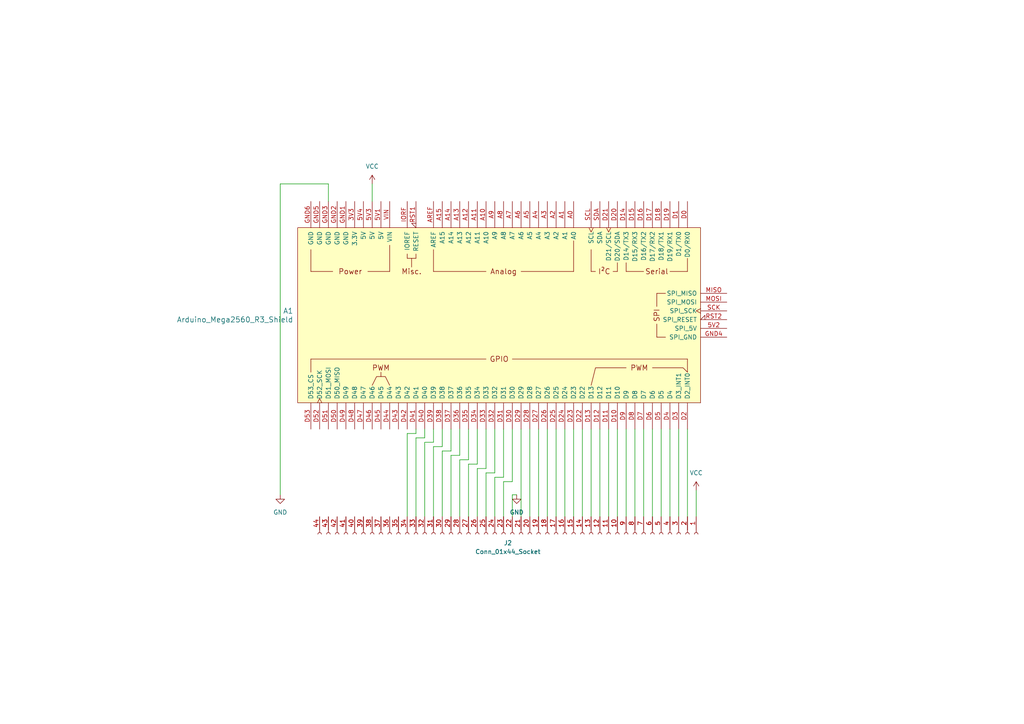
<source format=kicad_sch>
(kicad_sch (version 20230121) (generator eeschema)
  (paper "A4")
  (lib_symbols
    (symbol "Connector:Conn_01x44_Socket" (pin_names (offset 1.016) hide)
      (property "Reference" "J" (at 0 55.88 0))
      (property "Value" "Conn_01x44_Socket" (at 0 -58.42 0))
      (symbol "Conn_01x44_Socket_1_1"
        (arc (start 0 -55.372) (mid -0.5058 -55.88) (end 0 -56.388) (stroke (width 0.1524)))
        (arc (start 0 -52.832) (mid -0.5058 -53.34) (end 0 -53.848) (stroke (width 0.1524)))
        (arc (start 0 -50.292) (mid -0.5058 -50.8) (end 0 -51.308) (stroke (width 0.1524)))
        (arc (start 0 -47.752) (mid -0.5058 -48.26) (end 0 -48.768) (stroke (width 0.1524)))
        (arc (start 0 -45.212) (mid -0.5058 -45.72) (end 0 -46.228) (stroke (width 0.1524)))
        (arc (start 0 -42.672) (mid -0.5058 -43.18) (end 0 -43.688) (stroke (width 0.1524)))
        (arc (start 0 -40.132) (mid -0.5058 -40.64) (end 0 -41.148) (stroke (width 0.1524)))
        (arc (start 0 -37.592) (mid -0.5058 -38.1) (end 0 -38.608) (stroke (width 0.1524)))
        (arc (start 0 -35.052) (mid -0.5058 -35.56) (end 0 -36.068) (stroke (width 0.1524)))
        (arc (start 0 -32.512) (mid -0.5058 -33.02) (end 0 -33.528) (stroke (width 0.1524)))
        (arc (start 0 -29.972) (mid -0.5058 -30.48) (end 0 -30.988) (stroke (width 0.1524)))
        (arc (start 0 -27.432) (mid -0.5058 -27.94) (end 0 -28.448) (stroke (width 0.1524)))
        (arc (start 0 -24.892) (mid -0.5058 -25.4) (end 0 -25.908) (stroke (width 0.1524)))
        (arc (start 0 -22.352) (mid -0.5058 -22.86) (end 0 -23.368) (stroke (width 0.1524)))
        (arc (start 0 -19.812) (mid -0.5058 -20.32) (end 0 -20.828) (stroke (width 0.1524)))
        (arc (start 0 -17.272) (mid -0.5058 -17.78) (end 0 -18.288) (stroke (width 0.1524)))
        (arc (start 0 -14.732) (mid -0.5058 -15.24) (end 0 -15.748) (stroke (width 0.1524)))
        (arc (start 0 -12.192) (mid -0.5058 -12.7) (end 0 -13.208) (stroke (width 0.1524)))
        (arc (start 0 -9.652) (mid -0.5058 -10.16) (end 0 -10.668) (stroke (width 0.1524)))
        (arc (start 0 -7.112) (mid -0.5058 -7.62) (end 0 -8.128) (stroke (width 0.1524)))
        (arc (start 0 -4.572) (mid -0.5058 -5.08) (end 0 -5.588) (stroke (width 0.1524)))
        (arc (start 0 -2.032) (mid -0.5058 -2.54) (end 0 -3.048) (stroke (width 0.1524)))
        (polyline (pts (xy -1.27 -55.88) (xy -0.508 -55.88)) (stroke (width 0.1524)))
        (polyline (pts (xy -1.27 -53.34) (xy -0.508 -53.34)) (stroke (width 0.1524)))
        (polyline (pts (xy -1.27 -50.8) (xy -0.508 -50.8)) (stroke (width 0.1524)))
        (polyline (pts (xy -1.27 -48.26) (xy -0.508 -48.26)) (stroke (width 0.1524)))
        (polyline (pts (xy -1.27 -45.72) (xy -0.508 -45.72)) (stroke (width 0.1524)))
        (polyline (pts (xy -1.27 -43.18) (xy -0.508 -43.18)) (stroke (width 0.1524)))
        (polyline (pts (xy -1.27 -40.64) (xy -0.508 -40.64)) (stroke (width 0.1524)))
        (polyline (pts (xy -1.27 -38.1) (xy -0.508 -38.1)) (stroke (width 0.1524)))
        (polyline (pts (xy -1.27 -35.56) (xy -0.508 -35.56)) (stroke (width 0.1524)))
        (polyline (pts (xy -1.27 -33.02) (xy -0.508 -33.02)) (stroke (width 0.1524)))
        (polyline (pts (xy -1.27 -30.48) (xy -0.508 -30.48)) (stroke (width 0.1524)))
        (polyline (pts (xy -1.27 -27.94) (xy -0.508 -27.94)) (stroke (width 0.1524)))
        (polyline (pts (xy -1.27 -25.4) (xy -0.508 -25.4)) (stroke (width 0.1524)))
        (polyline (pts (xy -1.27 -22.86) (xy -0.508 -22.86)) (stroke (width 0.1524)))
        (polyline (pts (xy -1.27 -20.32) (xy -0.508 -20.32)) (stroke (width 0.1524)))
        (polyline (pts (xy -1.27 -17.78) (xy -0.508 -17.78)) (stroke (width 0.1524)))
        (polyline (pts (xy -1.27 -15.24) (xy -0.508 -15.24)) (stroke (width 0.1524)))
        (polyline (pts (xy -1.27 -12.7) (xy -0.508 -12.7)) (stroke (width 0.1524)))
        (polyline (pts (xy -1.27 -10.16) (xy -0.508 -10.16)) (stroke (width 0.1524)))
        (polyline (pts (xy -1.27 -7.62) (xy -0.508 -7.62)) (stroke (width 0.1524)))
        (polyline (pts (xy -1.27 -5.08) (xy -0.508 -5.08)) (stroke (width 0.1524)))
        (polyline (pts (xy -1.27 -2.54) (xy -0.508 -2.54)) (stroke (width 0.1524)))
        (polyline (pts (xy -1.27 0) (xy -0.508 0)) (stroke (width 0.1524)))
        (polyline (pts (xy -1.27 2.54) (xy -0.508 2.54)) (stroke (width 0.1524)))
        (polyline (pts (xy -1.27 5.08) (xy -0.508 5.08)) (stroke (width 0.1524)))
        (polyline (pts (xy -1.27 7.62) (xy -0.508 7.62)) (stroke (width 0.1524)))
        (polyline (pts (xy -1.27 10.16) (xy -0.508 10.16)) (stroke (width 0.1524)))
        (polyline (pts (xy -1.27 12.7) (xy -0.508 12.7)) (stroke (width 0.1524)))
        (polyline (pts (xy -1.27 15.24) (xy -0.508 15.24)) (stroke (width 0.1524)))
        (polyline (pts (xy -1.27 17.78) (xy -0.508 17.78)) (stroke (width 0.1524)))
        (polyline (pts (xy -1.27 20.32) (xy -0.508 20.32)) (stroke (width 0.1524)))
        (polyline (pts (xy -1.27 22.86) (xy -0.508 22.86)) (stroke (width 0.1524)))
        (polyline (pts (xy -1.27 25.4) (xy -0.508 25.4)) (stroke (width 0.1524)))
        (polyline (pts (xy -1.27 27.94) (xy -0.508 27.94)) (stroke (width 0.1524)))
        (polyline (pts (xy -1.27 30.48) (xy -0.508 30.48)) (stroke (width 0.1524)))
        (polyline (pts (xy -1.27 33.02) (xy -0.508 33.02)) (stroke (width 0.1524)))
        (polyline (pts (xy -1.27 35.56) (xy -0.508 35.56)) (stroke (width 0.1524)))
        (polyline (pts (xy -1.27 38.1) (xy -0.508 38.1)) (stroke (width 0.1524)))
        (polyline (pts (xy -1.27 40.64) (xy -0.508 40.64)) (stroke (width 0.1524)))
        (polyline (pts (xy -1.27 43.18) (xy -0.508 43.18)) (stroke (width 0.1524)))
        (polyline (pts (xy -1.27 45.72) (xy -0.508 45.72)) (stroke (width 0.1524)))
        (polyline (pts (xy -1.27 48.26) (xy -0.508 48.26)) (stroke (width 0.1524)))
        (polyline (pts (xy -1.27 50.8) (xy -0.508 50.8)) (stroke (width 0.1524)))
        (polyline (pts (xy -1.27 53.34) (xy -0.508 53.34)) (stroke (width 0.1524)))
        (arc (start 0 0.508) (mid -0.5058 0) (end 0 -0.508) (stroke (width 0.1524)))
        (arc (start 0 3.048) (mid -0.5058 2.54) (end 0 2.032) (stroke (width 0.1524)))
        (arc (start 0 5.588) (mid -0.5058 5.08) (end 0 4.572) (stroke (width 0.1524)))
        (arc (start 0 8.128) (mid -0.5058 7.62) (end 0 7.112) (stroke (width 0.1524)))
        (arc (start 0 10.668) (mid -0.5058 10.16) (end 0 9.652) (stroke (width 0.1524)))
        (arc (start 0 13.208) (mid -0.5058 12.7) (end 0 12.192) (stroke (width 0.1524)))
        (arc (start 0 15.748) (mid -0.5058 15.24) (end 0 14.732) (stroke (width 0.1524)))
        (arc (start 0 18.288) (mid -0.5058 17.78) (end 0 17.272) (stroke (width 0.1524)))
        (arc (start 0 20.828) (mid -0.5058 20.32) (end 0 19.812) (stroke (width 0.1524)))
        (arc (start 0 23.368) (mid -0.5058 22.86) (end 0 22.352) (stroke (width 0.1524)))
        (arc (start 0 25.908) (mid -0.5058 25.4) (end 0 24.892) (stroke (width 0.1524)))
        (arc (start 0 28.448) (mid -0.5058 27.94) (end 0 27.432) (stroke (width 0.1524)))
        (arc (start 0 30.988) (mid -0.5058 30.48) (end 0 29.972) (stroke (width 0.1524)))
        (arc (start 0 33.528) (mid -0.5058 33.02) (end 0 32.512) (stroke (width 0.1524)))
        (arc (start 0 36.068) (mid -0.5058 35.56) (end 0 35.052) (stroke (width 0.1524)))
        (arc (start 0 38.608) (mid -0.5058 38.1) (end 0 37.592) (stroke (width 0.1524)))
        (arc (start 0 41.148) (mid -0.5058 40.64) (end 0 40.132) (stroke (width 0.1524)))
        (arc (start 0 43.688) (mid -0.5058 43.18) (end 0 42.672) (stroke (width 0.1524)))
        (arc (start 0 46.228) (mid -0.5058 45.72) (end 0 45.212) (stroke (width 0.1524)))
        (arc (start 0 48.768) (mid -0.5058 48.26) (end 0 47.752) (stroke (width 0.1524)))
        (arc (start 0 51.308) (mid -0.5058 50.8) (end 0 50.292) (stroke (width 0.1524)))
        (arc (start 0 53.848) (mid -0.5058 53.34) (end 0 52.832) (stroke (width 0.1524)))
        (pin passive line (at -5.08 53.34 0) (length 3.81) (name "Pin_1") (number "1"))
        (pin passive line (at -5.08 30.48 0) (length 3.81) (name "Pin_10") (number "10"))
        (pin passive line (at -5.08 27.94 0) (length 3.81) (name "Pin_11") (number "11"))
        (pin passive line (at -5.08 25.4 0) (length 3.81) (name "Pin_12") (number "12"))
        (pin passive line (at -5.08 22.86 0) (length 3.81) (name "Pin_13") (number "13"))
        (pin passive line (at -5.08 20.32 0) (length 3.81) (name "Pin_14") (number "14"))
        (pin passive line (at -5.08 17.78 0) (length 3.81) (name "Pin_15") (number "15"))
        (pin passive line (at -5.08 15.24 0) (length 3.81) (name "Pin_16") (number "16"))
        (pin passive line (at -5.08 12.7 0) (length 3.81) (name "Pin_17") (number "17"))
        (pin passive line (at -5.08 10.16 0) (length 3.81) (name "Pin_18") (number "18"))
        (pin passive line (at -5.08 7.62 0) (length 3.81) (name "Pin_19") (number "19"))
        (pin passive line (at -5.08 50.8 0) (length 3.81) (name "Pin_2") (number "2"))
        (pin passive line (at -5.08 5.08 0) (length 3.81) (name "Pin_20") (number "20"))
        (pin passive line (at -5.08 2.54 0) (length 3.81) (name "Pin_21") (number "21"))
        (pin passive line (at -5.08 0 0) (length 3.81) (name "Pin_22") (number "22"))
        (pin passive line (at -5.08 -2.54 0) (length 3.81) (name "Pin_23") (number "23"))
        (pin passive line (at -5.08 -5.08 0) (length 3.81) (name "Pin_24") (number "24"))
        (pin passive line (at -5.08 -7.62 0) (length 3.81) (name "Pin_25") (number "25"))
        (pin passive line (at -5.08 -10.16 0) (length 3.81) (name "Pin_26") (number "26"))
        (pin passive line (at -5.08 -12.7 0) (length 3.81) (name "Pin_27") (number "27"))
        (pin passive line (at -5.08 -15.24 0) (length 3.81) (name "Pin_28") (number "28"))
        (pin passive line (at -5.08 -17.78 0) (length 3.81) (name "Pin_29") (number "29"))
        (pin passive line (at -5.08 48.26 0) (length 3.81) (name "Pin_3") (number "3"))
        (pin passive line (at -5.08 -20.32 0) (length 3.81) (name "Pin_30") (number "30"))
        (pin passive line (at -5.08 -22.86 0) (length 3.81) (name "Pin_31") (number "31"))
        (pin passive line (at -5.08 -25.4 0) (length 3.81) (name "Pin_32") (number "32"))
        (pin passive line (at -5.08 -27.94 0) (length 3.81) (name "Pin_33") (number "33"))
        (pin passive line (at -5.08 -30.48 0) (length 3.81) (name "Pin_34") (number "34"))
        (pin passive line (at -5.08 -33.02 0) (length 3.81) (name "Pin_35") (number "35"))
        (pin passive line (at -5.08 -35.56 0) (length 3.81) (name "Pin_36") (number "36"))
        (pin passive line (at -5.08 -38.1 0) (length 3.81) (name "Pin_37") (number "37"))
        (pin passive line (at -5.08 -40.64 0) (length 3.81) (name "Pin_38") (number "38"))
        (pin passive line (at -5.08 -43.18 0) (length 3.81) (name "Pin_39") (number "39"))
        (pin passive line (at -5.08 45.72 0) (length 3.81) (name "Pin_4") (number "4"))
        (pin passive line (at -5.08 -45.72 0) (length 3.81) (name "Pin_40") (number "40"))
        (pin passive line (at -5.08 -48.26 0) (length 3.81) (name "Pin_41") (number "41"))
        (pin passive line (at -5.08 -50.8 0) (length 3.81) (name "Pin_42") (number "42"))
        (pin passive line (at -5.08 -53.34 0) (length 3.81) (name "Pin_43") (number "43"))
        (pin passive line (at -5.08 -55.88 0) (length 3.81) (name "Pin_44") (number "44"))
        (pin passive line (at -5.08 43.18 0) (length 3.81) (name "Pin_5") (number "5"))
        (pin passive line (at -5.08 40.64 0) (length 3.81) (name "Pin_6") (number "6"))
        (pin passive line (at -5.08 38.1 0) (length 3.81) (name "Pin_7") (number "7"))
        (pin passive line (at -5.08 35.56 0) (length 3.81) (name "Pin_8") (number "8"))
        (pin passive line (at -5.08 33.02 0) (length 3.81) (name "Pin_9") (number "9"))
      )
    )
    (symbol "PCM_arduino-library:Arduino_Mega2560_R3_Shield" (pin_names (offset 1.016))
      (property "Reference" "A" (at 0 -62.23 0))
      (property "Value" "Arduino_Mega2560_R3_Shield" (at 0 -66.04 0))
      (symbol "Arduino_Mega2560_R3_Shield_0_0"
        (rectangle (start -25.4 -58.42) (end 25.4 58.42) (fill (type background)))
        (rectangle (start -20.32 -31.75) (end -12.7 -31.75))
        (rectangle (start -19.05 -54.61) (end -12.7 -54.61))
        (rectangle (start -19.05 -19.05) (end -12.7 -19.05))
        (rectangle (start -19.05 26.67) (end -12.7 26.67))
        (rectangle (start -17.78 -26.67) (end -16.51 -26.67))
        (rectangle (start -17.78 -24.13) (end -16.51 -24.13))
        (rectangle (start -16.51 -25.4) (end -13.97 -25.4))
        (rectangle (start -16.51 -24.13) (end -16.51 -26.67))
        (rectangle (start -16.51 54.61) (end -12.7 54.61))
        (rectangle (start -15.24 34.29) (end -12.7 34.29))
        (rectangle (start -15.24 36.83) (end -12.7 36.83))
        (rectangle (start -12.7 -54.61) (end -12.7 -48.26))
        (rectangle (start -12.7 -31.75) (end -12.7 -38.1))
        (rectangle (start -12.7 26.67) (end -12.7 27.94))
        (rectangle (start -12.7 34.29) (end -12.7 33.02))
        (rectangle (start -12.7 41.91) (end -12.7 36.83))
        (rectangle (start -12.7 49.53) (end -12.7 54.61))
        (rectangle (start -6.35 48.26) (end -6.35 45.72))
        (rectangle (start -2.54 45.72) (end -6.35 45.72))
        (polyline (pts (xy -21.59 21.59) (xy -12.7 21.59)))
        (polyline (pts (xy -12.7 -19.05) (xy -12.7 -3.81)))
        (polyline (pts (xy -12.7 6.35) (xy -12.7 21.59)))
        (polyline (pts (xy 12.7 -54.61) (xy 16.51 -54.61)))
        (polyline (pts (xy 12.7 54.61) (xy 16.51 54.61)))
        (polyline (pts (xy 17.78 -34.29) (xy 16.51 -34.29)))
        (polyline (pts (xy 15.24 36.83) (xy 15.24 27.94) (xy 20.32 26.67)))
        (polyline (pts (xy 15.24 44.45) (xy 15.24 53.34) (xy 16.51 54.61)))
        (polyline (pts (xy 20.32 -31.75) (xy 17.78 -33.02) (xy 17.78 -35.56) (xy 20.32 -36.83)))
        (rectangle (start 6.35 45.72) (end 2.54 45.72))
        (rectangle (start 6.35 48.26) (end 6.35 45.72))
        (text "Analog" (at -12.7 1.27 900) (effects (font (size 1.524 1.524))))
        (text "I²C" (at -12.7 30.48 900) (effects (font (size 1.524 1.524))))
        (text "Misc." (at -12.7 -25.4 900) (effects (font (size 1.524 1.524))))
        (text "Power" (at -12.7 -43.18 900) (effects (font (size 1.524 1.524))))
        (text "PWM" (at 15.24 -34.29 900) (effects (font (size 1.524 1.524))))
        (text "PWM" (at 15.24 40.64 900) (effects (font (size 1.524 1.524))))
        (text "Serial" (at -12.7 45.72 900) (effects (font (size 1.524 1.524))))
        (text "SPI" (at 0 45.72 0) (effects (font (size 1.524 1.524))))
      )
      (symbol "Arduino_Mega2560_R3_Shield_1_0"
        (rectangle (start 12.7 -54.61) (end 12.7 -3.81))
        (rectangle (start 12.7 54.61) (end 12.7 3.81))
        (text "GPIO" (at 12.7 0 900) (effects (font (size 1.524 1.524))))
      )
      (symbol "Arduino_Mega2560_R3_Shield_1_1"
        (pin power_out line (at -33.02 -41.91 0) (length 7.62) (name "3.3V") (number "3V3"))
        (pin power_in line (at -33.02 -34.29 0) (length 7.62) (name "5V") (number "5V1"))
        (pin power_in line (at 3.81 66.04 270) (length 7.62) (name "SPI_5V") (number "5V2"))
        (pin power_in line (at -33.02 -36.83 0) (length 7.62) (name "5V") (number "5V3"))
        (pin power_in line (at -33.02 -39.37 0) (length 7.62) (name "5V") (number "5V4"))
        (pin bidirectional line (at -33.02 21.59 0) (length 7.62) (name "A0") (number "A0"))
        (pin bidirectional line (at -33.02 19.05 0) (length 7.62) (name "A1") (number "A1"))
        (pin bidirectional line (at -33.02 -3.81 0) (length 7.62) (name "A10") (number "A10"))
        (pin bidirectional line (at -33.02 -6.35 0) (length 7.62) (name "A11") (number "A11"))
        (pin bidirectional line (at -33.02 -8.89 0) (length 7.62) (name "A12") (number "A12"))
        (pin bidirectional line (at -33.02 -11.43 0) (length 7.62) (name "A13") (number "A13"))
        (pin bidirectional line (at -33.02 -13.97 0) (length 7.62) (name "A14") (number "A14"))
        (pin bidirectional line (at -33.02 -16.51 0) (length 7.62) (name "A15") (number "A15"))
        (pin bidirectional line (at -33.02 16.51 0) (length 7.62) (name "A2") (number "A2"))
        (pin bidirectional line (at -33.02 13.97 0) (length 7.62) (name "A3") (number "A3"))
        (pin bidirectional line (at -33.02 11.43 0) (length 7.62) (name "A4") (number "A4"))
        (pin bidirectional line (at -33.02 8.89 0) (length 7.62) (name "A5") (number "A5"))
        (pin bidirectional line (at -33.02 6.35 0) (length 7.62) (name "A6") (number "A6"))
        (pin bidirectional line (at -33.02 3.81 0) (length 7.62) (name "A7") (number "A7"))
        (pin bidirectional line (at -33.02 1.27 0) (length 7.62) (name "A8") (number "A8"))
        (pin bidirectional line (at -33.02 -1.27 0) (length 7.62) (name "A9") (number "A9"))
        (pin input line (at -33.02 -19.05 0) (length 7.62) (name "AREF") (number "AREF"))
        (pin bidirectional line (at -33.02 54.61 0) (length 7.62) (name "D0/RX0") (number "D0"))
        (pin bidirectional line (at -33.02 52.07 0) (length 7.62) (name "D1/TX0") (number "D1"))
        (pin bidirectional line (at 33.02 34.29 180) (length 7.62) (name "D10") (number "D10"))
        (pin bidirectional line (at 33.02 31.75 180) (length 7.62) (name "D11") (number "D11"))
        (pin bidirectional line (at 33.02 29.21 180) (length 7.62) (name "D12") (number "D12"))
        (pin bidirectional line (at 33.02 26.67 180) (length 7.62) (name "D13") (number "D13"))
        (pin bidirectional line (at -33.02 36.83 0) (length 7.62) (name "D14/TX3") (number "D14"))
        (pin bidirectional line (at -33.02 39.37 0) (length 7.62) (name "D15/RX3") (number "D15"))
        (pin bidirectional line (at -33.02 41.91 0) (length 7.62) (name "D16/TX2") (number "D16"))
        (pin bidirectional line (at -33.02 44.45 0) (length 7.62) (name "D17/RX2") (number "D17"))
        (pin bidirectional line (at -33.02 46.99 0) (length 7.62) (name "D18/TX1") (number "D18"))
        (pin bidirectional line (at -33.02 49.53 0) (length 7.62) (name "D19/RX1") (number "D19"))
        (pin bidirectional line (at 33.02 54.61 180) (length 7.62) (name "D2_INT0") (number "D2"))
        (pin bidirectional line (at -33.02 34.29 0) (length 7.62) (name "D20/SDA") (number "D20"))
        (pin bidirectional clock (at -33.02 31.75 0) (length 7.62) (name "D21/SCL") (number "D21"))
        (pin bidirectional line (at 33.02 24.13 180) (length 7.62) (name "D22") (number "D22"))
        (pin bidirectional line (at 33.02 21.59 180) (length 7.62) (name "D23") (number "D23"))
        (pin bidirectional line (at 33.02 19.05 180) (length 7.62) (name "D24") (number "D24"))
        (pin bidirectional line (at 33.02 16.51 180) (length 7.62) (name "D25") (number "D25"))
        (pin bidirectional line (at 33.02 13.97 180) (length 7.62) (name "D26") (number "D26"))
        (pin bidirectional line (at 33.02 11.43 180) (length 7.62) (name "D27") (number "D27"))
        (pin bidirectional line (at 33.02 8.89 180) (length 7.62) (name "D28") (number "D28"))
        (pin bidirectional line (at 33.02 6.35 180) (length 7.62) (name "D29") (number "D29"))
        (pin bidirectional line (at 33.02 52.07 180) (length 7.62) (name "D3_INT1") (number "D3"))
        (pin bidirectional line (at 33.02 3.81 180) (length 7.62) (name "D30") (number "D30"))
        (pin bidirectional line (at 33.02 1.27 180) (length 7.62) (name "D31") (number "D31"))
        (pin bidirectional line (at 33.02 -1.27 180) (length 7.62) (name "D32") (number "D32"))
        (pin bidirectional line (at 33.02 -3.81 180) (length 7.62) (name "D33") (number "D33"))
        (pin bidirectional line (at 33.02 -6.35 180) (length 7.62) (name "D34") (number "D34"))
        (pin bidirectional line (at 33.02 -8.89 180) (length 7.62) (name "D35") (number "D35"))
        (pin bidirectional line (at 33.02 -11.43 180) (length 7.62) (name "D36") (number "D36"))
        (pin bidirectional line (at 33.02 -13.97 180) (length 7.62) (name "D37") (number "D37"))
        (pin bidirectional line (at 33.02 -16.51 180) (length 7.62) (name "D38") (number "D38"))
        (pin bidirectional line (at 33.02 -19.05 180) (length 7.62) (name "D39") (number "D39"))
        (pin bidirectional line (at 33.02 49.53 180) (length 7.62) (name "D4") (number "D4"))
        (pin bidirectional line (at 33.02 -21.59 180) (length 7.62) (name "D40") (number "D40"))
        (pin bidirectional line (at 33.02 -24.13 180) (length 7.62) (name "D41") (number "D41"))
        (pin bidirectional line (at 33.02 -26.67 180) (length 7.62) (name "D42") (number "D42"))
        (pin bidirectional line (at 33.02 -29.21 180) (length 7.62) (name "D43") (number "D43"))
        (pin bidirectional line (at 33.02 -31.75 180) (length 7.62) (name "D44") (number "D44"))
        (pin bidirectional line (at 33.02 -34.29 180) (length 7.62) (name "D45") (number "D45"))
        (pin bidirectional line (at 33.02 -36.83 180) (length 7.62) (name "D46") (number "D46"))
        (pin bidirectional line (at 33.02 -39.37 180) (length 7.62) (name "D47") (number "D47"))
        (pin bidirectional line (at 33.02 -41.91 180) (length 7.62) (name "D48") (number "D48"))
        (pin bidirectional line (at 33.02 -44.45 180) (length 7.62) (name "D49") (number "D49"))
        (pin bidirectional line (at 33.02 46.99 180) (length 7.62) (name "D5") (number "D5"))
        (pin bidirectional line (at 33.02 -46.99 180) (length 7.62) (name "D50_MISO") (number "D50"))
        (pin bidirectional line (at 33.02 -49.53 180) (length 7.62) (name "D51_MOSI") (number "D51"))
        (pin bidirectional clock (at 33.02 -52.07 180) (length 7.62) (name "D52_SCK") (number "D52"))
        (pin bidirectional line (at 33.02 -54.61 180) (length 7.62) (name "D53_CS") (number "D53"))
        (pin bidirectional line (at 33.02 44.45 180) (length 7.62) (name "D6") (number "D6"))
        (pin bidirectional line (at 33.02 41.91 180) (length 7.62) (name "D7") (number "D7"))
        (pin bidirectional line (at 33.02 39.37 180) (length 7.62) (name "D8") (number "D8"))
        (pin bidirectional line (at 33.02 36.83 180) (length 7.62) (name "D9") (number "D9"))
        (pin power_in line (at -33.02 -44.45 0) (length 7.62) (name "GND") (number "GND1"))
        (pin power_in line (at -33.02 -46.99 0) (length 7.62) (name "GND") (number "GND2"))
        (pin power_in line (at -33.02 -49.53 0) (length 7.62) (name "GND") (number "GND3"))
        (pin power_in line (at 6.35 66.04 270) (length 7.62) (name "SPI_GND") (number "GND4"))
        (pin power_in line (at -33.02 -52.07 0) (length 7.62) (name "GND") (number "GND5"))
        (pin power_in line (at -33.02 -54.61 0) (length 7.62) (name "GND") (number "GND6"))
        (pin output line (at -33.02 -26.67 0) (length 7.62) (name "IOREF") (number "IORF"))
        (pin input line (at -6.35 66.04 270) (length 7.62) (name "SPI_MISO") (number "MISO"))
        (pin output line (at -3.81 66.04 270) (length 7.62) (name "SPI_MOSI") (number "MOSI"))
        (pin open_collector input_low (at -33.02 -24.13 0) (length 7.62) (name "RESET") (number "RST1"))
        (pin open_collector input_low (at 1.27 66.04 270) (length 7.62) (name "SPI_RESET") (number "RST2"))
        (pin output clock (at -1.27 66.04 270) (length 7.62) (name "SPI_SCK") (number "SCK"))
        (pin bidirectional clock (at -33.02 26.67 0) (length 7.62) (name "SCL") (number "SCL"))
        (pin bidirectional line (at -33.02 29.21 0) (length 7.62) (name "SDA") (number "SDA"))
        (pin power_in line (at -33.02 -31.75 0) (length 7.62) (name "VIN") (number "VIN"))
      )
    )
    (symbol "power:GND" (power) (pin_names (offset 0))
      (property "Value" "GND" (at 0 -3.81 0))
      (symbol "GND_0_1"
        (polyline (pts (xy 0 0) (xy 0 -1.27) (xy 1.27 -1.27) (xy 0 -2.54) (xy -1.27 -1.27) (xy 0 -1.27)))
      )
      (symbol "GND_1_1"
        (pin power_in line (at 0 0 270) (length 0) hide (name "GND") (number "1"))
      )
    )
    (symbol "power:VCC" (power) (pin_names (offset 0))
      (property "Value" "VCC" (at 0 3.81 0))
      (symbol "VCC_0_1"
        (polyline (pts (xy -0.762 1.27) (xy 0 2.54)))
        (polyline (pts (xy 0 0) (xy 0 2.54)))
        (polyline (pts (xy 0 2.54) (xy 0.762 1.27)))
      )
      (symbol "VCC_1_1"
        (pin power_in line (at 0 0 90) (length 0) hide (name "VCC") (number "1"))
      )
    )
  )
  (wire (pts (xy 125.73 128.27) (xy 125.73 124.46)))
  (wire (pts (xy 194.31 124.46) (xy 194.31 149.86)))
  (wire (pts (xy 133.35 132.08) (xy 133.35 124.46)))
  (wire (pts (xy 148.59 149.86) (xy 148.59 143.51)))
  (wire (pts (xy 135.89 133.35) (xy 135.89 124.46)))
  (wire (pts (xy 140.97 135.89) (xy 140.97 124.46)))
  (wire (pts (xy 186.69 124.46) (xy 186.69 149.86)))
  (wire (pts (xy 176.53 124.46) (xy 176.53 149.86)))
  (wire (pts (xy 120.65 125.73) (xy 120.65 124.46)))
  (wire (pts (xy 130.81 149.86) (xy 130.81 132.08)))
  (wire (pts (xy 184.15 124.46) (xy 184.15 149.86)))
  (wire (pts (xy 181.61 124.46) (xy 181.61 149.86)))
  (wire (pts (xy 179.07 124.46) (xy 179.07 149.86)))
  (wire (pts (xy 123.19 128.27) (xy 125.73 128.27)))
  (wire (pts (xy 133.35 133.35) (xy 135.89 133.35)))
  (wire (pts (xy 125.73 129.54) (xy 125.73 149.86)))
  (wire (pts (xy 118.11 149.86) (xy 118.11 125.73)))
  (wire (pts (xy 130.81 132.08) (xy 133.35 132.08)))
  (wire (pts (xy 81.28 53.34) (xy 95.25 53.34)))
  (wire (pts (xy 146.05 138.43) (xy 146.05 124.46)))
  (wire (pts (xy 163.83 124.46) (xy 163.83 149.86)))
  (wire (pts (xy 123.19 127) (xy 123.19 124.46)))
  (wire (pts (xy 140.97 137.16) (xy 143.51 137.16)))
  (wire (pts (xy 128.27 129.54) (xy 125.73 129.54)))
  (wire (pts (xy 201.93 142.24) (xy 201.93 149.86)))
  (wire (pts (xy 138.43 135.89) (xy 140.97 135.89)))
  (wire (pts (xy 120.65 127) (xy 123.19 127)))
  (wire (pts (xy 146.05 149.86) (xy 146.05 139.7)))
  (wire (pts (xy 156.21 124.46) (xy 156.21 149.86)))
  (wire (pts (xy 128.27 149.86) (xy 128.27 130.81)))
  (wire (pts (xy 135.89 149.86) (xy 135.89 134.62)))
  (wire (pts (xy 158.75 124.46) (xy 158.75 149.86)))
  (wire (pts (xy 168.91 124.46) (xy 168.91 149.86)))
  (wire (pts (xy 118.11 125.73) (xy 120.65 125.73)))
  (wire (pts (xy 151.13 124.46) (xy 151.13 149.86)))
  (wire (pts (xy 191.77 124.46) (xy 191.77 149.86)))
  (wire (pts (xy 143.51 138.43) (xy 146.05 138.43)))
  (wire (pts (xy 148.59 143.51) (xy 149.86 143.51)))
  (wire (pts (xy 135.89 134.62) (xy 138.43 134.62)))
  (wire (pts (xy 133.35 149.86) (xy 133.35 133.35)))
  (wire (pts (xy 128.27 124.46) (xy 128.27 129.54)))
  (wire (pts (xy 123.19 149.86) (xy 123.19 128.27)))
  (wire (pts (xy 173.99 124.46) (xy 173.99 149.86)))
  (wire (pts (xy 153.67 124.46) (xy 153.67 149.86)))
  (wire (pts (xy 138.43 149.86) (xy 138.43 135.89)))
  (wire (pts (xy 161.29 124.46) (xy 161.29 149.86)))
  (wire (pts (xy 189.23 124.46) (xy 189.23 149.86)))
  (wire (pts (xy 199.39 124.46) (xy 199.39 149.86)))
  (wire (pts (xy 138.43 134.62) (xy 138.43 124.46)))
  (wire (pts (xy 143.51 149.86) (xy 143.51 138.43)))
  (wire (pts (xy 81.28 53.34) (xy 81.28 143.51)))
  (wire (pts (xy 166.37 124.46) (xy 166.37 149.86)))
  (wire (pts (xy 130.81 130.81) (xy 130.81 124.46)))
  (wire (pts (xy 128.27 130.81) (xy 130.81 130.81)))
  (wire (pts (xy 171.45 124.46) (xy 171.45 149.86)))
  (wire (pts (xy 143.51 137.16) (xy 143.51 124.46)))
  (wire (pts (xy 120.65 149.86) (xy 120.65 127)))
  (wire (pts (xy 146.05 139.7) (xy 148.59 139.7)))
  (wire (pts (xy 196.85 124.46) (xy 196.85 149.86)))
  (wire (pts (xy 148.59 139.7) (xy 148.59 124.46)))
  (wire (pts (xy 95.25 53.34) (xy 95.25 58.42)))
  (wire (pts (xy 107.95 53.34) (xy 107.95 58.42)))
  (wire (pts (xy 140.97 149.86) (xy 140.97 137.16)))
  (symbol (lib_id "power:GND") (at 81.28 143.51 0) (unit 1)
    (property "Reference" "#PWR01" (effects hide))
    (property "Value" "GND" (at 81.28 148.59 0))
  )
  (symbol (lib_id "PCM_arduino-library:Arduino_Mega2560_R3_Shield") (at 144.78 91.44 270) (unit 1)
    (property "Reference" "A1" (at 85.09 90.17 90) (effects (font (size 1.524 1.524)) (justify right)))
    (property "Value" "Arduino_Mega2560_R3_Shield" (at 85.09 92.71 90) (effects (font (size 1.524 1.524)) (justify right)))
    (property "Footprint" "PCM_arduino-library:Arduino_Mega2560_R3_Shield" (effects hide))
    (property "Datasheet" "https://docs.arduino.cc/hardware/mega-2560" (effects hide))
  )
  (symbol (lib_id "power:GND") (at 149.86 143.51 0) (unit 1)
    (property "Reference" "#PWR04" (effects hide))
    (property "Value" "GND" (at 149.86 148.59 0))
  )
  (symbol (lib_id "power:VCC") (at 107.95 53.34 0) (unit 1)
    (property "Reference" "#PWR03" (effects hide))
    (property "Value" "VCC" (at 107.95 48.26 0))
  )
  (symbol (lib_id "power:VCC") (at 201.93 142.24 0) (unit 1)
    (property "Reference" "#PWR02" (effects hide))
    (property "Value" "VCC" (at 201.93 137.16 0))
  )
  (symbol (lib_id "Connector:Conn_01x44_Socket") (at 148.59 154.94 270) (unit 1)
    (property "Reference" "J2" (at 147.32 157.48 90))
    (property "Value" "Conn_01x44_Socket" (at 147.32 160.02 90))
    (property "Footprint" "ConectorsPer:con22sem" (effects hide))
  )
)
</source>
